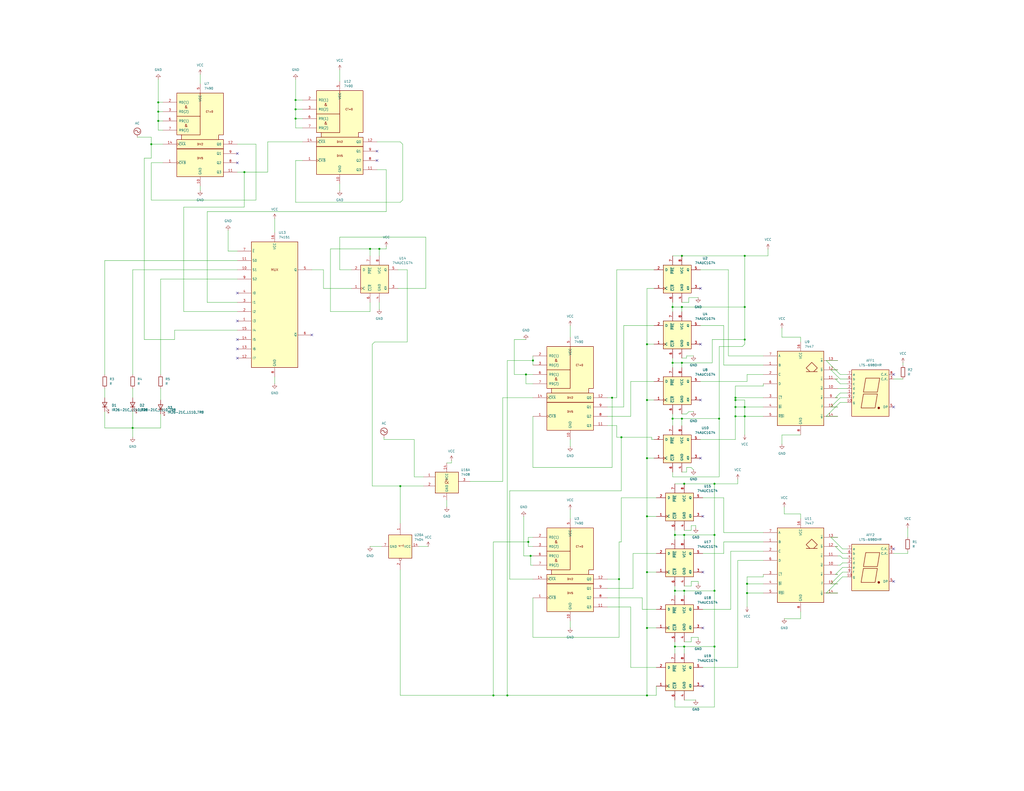
<source format=kicad_sch>
(kicad_sch (version 20231120) (generator "eeschema") (generator_version "8.0")
  (paper "C")
  (lib_symbols
    (symbol "74xGxx:74AUC1G74" (pin_names (offset 1.016))
      (property "Reference" "U" (at -5.08 10.16 0))
      (property "Value" "74AUC1G74" (at 10.16 -10.16 0))
      (symbol "74AUC1G74_1_1"
        (pin input clock (at -12.7 -5.08 0) (length 5.08) (name "C") (number "1"))
        (pin input line (at -12.7 5.08 0) (length 5.08) (name "D") (number "2"))
        (pin output line (at 12.7 -5.08 180) (length 5.08) (name "~{Q}") (number "3"))
        (pin power_in line (at 2.54 -12.7 90) (length 5.08) (name "GND") (number "4"))
        (pin output line (at 12.7 5.08 180) (length 5.08) (name "Q") (number "5"))
        (pin input line (at -2.54 -12.7 90) (length 5.08) (name "~{CLR}") (number "6"))
        (pin input line (at -2.54 12.7 270) (length 5.08) (name "~{PRE}") (number "7"))
        (pin power_in line (at 2.54 12.7 270) (length 5.08) (name "VCC") (number "8"))
      )
    )
    (symbol "74xx_IEEE:7404"
      (property "Reference" "U" (at 5.08 7.62 0))
      (property "Value" "7404" (at 3.81 -8.89 0))
      (symbol "7404_0_0"
        (text "1" (at -0.508 0.508 0) (effects (font (size 2.54 2.54))))
      )
      (symbol "7404_0_1"
        (pin power_in line (at 0 10.16 270) (length 3.81) (name "VCC") (number "14"))
        (pin power_in line (at 0 -10.16 90) (length 3.81) (name "GND") (number "7"))
      )
      (symbol "7404_1_1"
        (pin input line (at -12.7 0 0) (length 6.35) (name "~") (number "1"))
        (pin input inverted (at 12.7 0 180) (length 6.35) (name "~") (number "2"))
      )
      (symbol "7404_2_1"
        (pin input line (at -12.7 0 0) (length 6.35) (name "~") (number "3"))
        (pin input inverted (at 12.7 0 180) (length 6.35) (name "~") (number "4"))
      )
      (symbol "7404_3_1"
        (pin input line (at -12.7 0 0) (length 6.35) (name "~") (number "5"))
        (pin input inverted (at 12.7 0 180) (length 6.35) (name "~") (number "6"))
      )
      (symbol "7404_4_1"
        (pin input inverted (at 12.7 0 180) (length 6.35) (name "~") (number "8"))
        (pin input line (at -12.7 0 0) (length 6.35) (name "~") (number "9"))
      )
      (symbol "7404_5_1"
        (pin input inverted (at 12.7 0 180) (length 6.35) (name "~") (number "10"))
        (pin input line (at -12.7 0 0) (length 6.35) (name "~") (number "11"))
      )
      (symbol "7404_6_1"
        (pin input inverted (at 12.7 0 180) (length 6.35) (name "~") (number "12"))
        (pin input line (at -12.7 0 0) (length 6.35) (name "~") (number "13"))
      )
    )
    (symbol "74xx_IEEE:7408"
      (property "Reference" "U" (at 2.54 7.62 0))
      (property "Value" "7408" (at 3.81 -8.89 0))
      (symbol "7408_0_1"
        (text "&" (at 0 0 0) (effects (font (size 2.54 2.54))))
        (pin power_in line (at 0 10.16 270) (length 5.08) (name "VCC") (number "14"))
        (pin power_in line (at 0 -10.16 90) (length 3.81) (name "GND") (number "7"))
      )
      (symbol "7408_1_1"
        (pin input line (at -12.7 2.54 0) (length 6.35) (name "~") (number "1"))
        (pin input line (at -12.7 -2.54 0) (length 6.35) (name "~") (number "2"))
        (pin output line (at 12.7 0 180) (length 6.35) (name "~") (number "3"))
      )
      (symbol "7408_2_1"
        (pin input line (at -12.7 2.54 0) (length 6.35) (name "~") (number "4"))
        (pin input line (at -12.7 -2.54 0) (length 6.35) (name "~") (number "5"))
        (pin input line (at 12.7 0 180) (length 6.35) (name "~") (number "6"))
      )
      (symbol "7408_3_1"
        (pin input line (at -12.7 -2.54 0) (length 6.35) (name "~") (number "10"))
        (pin input line (at 12.7 0 180) (length 6.35) (name "~") (number "8"))
        (pin input line (at -12.7 2.54 0) (length 6.35) (name "~") (number "9"))
      )
      (symbol "7408_4_1"
        (pin input line (at 12.7 0 180) (length 6.35) (name "~") (number "11"))
        (pin input line (at -12.7 2.54 0) (length 6.35) (name "~") (number "12"))
        (pin input line (at -12.7 -2.54 0) (length 6.35) (name "~") (number "13"))
      )
    )
    (symbol "74xx_IEEE:74151"
      (property "Reference" "U" (at 10.16 35.56 0))
      (property "Value" "74151" (at 17.78 -40.64 0))
      (symbol "74151_0_0"
        (text "MUX" (at 0 17.78 0) (effects (font (size 1.27 1.27))))
        (pin power_in line (at 0 38.1 270) (length 5.08) (name "VCC") (number "16"))
        (pin power_in line (at 0 -40.64 90) (length 5.08) (name "GND") (number "8"))
      )
      (symbol "74151_1_1"
        (pin input line (at -20.32 -10.16 0) (length 7.62) (name "I3") (number "1"))
        (pin input line (at -20.32 17.78 0) (length 7.62) (name "S1") (number "10"))
        (pin input line (at -20.32 22.86 0) (length 7.62) (name "S0") (number "11"))
        (pin input line (at -20.32 -30.48 0) (length 7.62) (name "I7") (number "12"))
        (pin input line (at -20.32 -25.4 0) (length 7.62) (name "I6") (number "13"))
        (pin input line (at -20.32 -20.32 0) (length 7.62) (name "I5") (number "14"))
        (pin input line (at -20.32 -15.24 0) (length 7.62) (name "I4") (number "15"))
        (pin input line (at -20.32 -5.08 0) (length 7.62) (name "I2") (number "2"))
        (pin input line (at -20.32 0 0) (length 7.62) (name "I1") (number "3"))
        (pin input line (at -20.32 5.08 0) (length 7.62) (name "I0") (number "4"))
        (pin output line (at 20.32 17.78 180) (length 7.62) (name "Q") (number "5"))
        (pin output line (at 20.32 -17.78 180) (length 7.62) (name "~{Q}") (number "6"))
        (pin input line (at -20.32 27.94 0) (length 7.62) (name "~{E}") (number "7"))
        (pin input line (at -20.32 12.7 0) (length 7.62) (name "S2") (number "9"))
      )
    )
    (symbol "74xx_IEEE:7447"
      (property "Reference" "U" (at 3.81 11.43 0))
      (property "Value" "7447" (at 6.35 -11.43 0))
      (symbol "7447_0_0"
        (pin power_in line (at 0 25.4 270) (length 5.08) (name "VCC") (number "16"))
        (pin power_in line (at 0 -25.4 90) (length 5.08) (name "GND") (number "8"))
      )
      (symbol "7447_1_1"
        (pin input line (at -20.32 12.7 0) (length 7.62) (name "B") (number "1"))
        (pin open_collector line (at 20.32 0 180) (length 7.62) (name "~{d}") (number "10"))
        (pin open_collector line (at 20.32 5.08 180) (length 7.62) (name "~{c}") (number "11"))
        (pin open_collector line (at 20.32 10.16 180) (length 7.62) (name "~{b}") (number "12"))
        (pin open_collector line (at 20.32 15.24 180) (length 7.62) (name "~{a}") (number "13"))
        (pin open_collector line (at 20.32 -15.24 180) (length 7.62) (name "~{g}") (number "14"))
        (pin open_collector line (at 20.32 -10.16 180) (length 7.62) (name "~{f}") (number "15"))
        (pin input line (at -20.32 7.62 0) (length 7.62) (name "C") (number "2"))
        (pin input line (at -20.32 -5.08 0) (length 7.62) (name "~{LT}") (number "3"))
        (pin input line (at -20.32 -10.16 0) (length 7.62) (name "~{BI}") (number "4"))
        (pin input line (at -20.32 -15.24 0) (length 7.62) (name "~{RBI}") (number "5"))
        (pin input line (at -20.32 2.54 0) (length 7.62) (name "D") (number "6"))
        (pin input line (at -20.32 17.78 0) (length 7.62) (name "A") (number "7"))
        (pin open_collector line (at 20.32 -5.08 180) (length 7.62) (name "~{e}") (number "9"))
      )
    )
    (symbol "74xx_IEEE:7490" (pin_names (offset 1.016))
      (property "Reference" "U" (at 17.78 30.48 0))
      (property "Value" "7490" (at 10.16 -5.08 0))
      (symbol "7490_0_0"
        (text "&" (at -7.62 25.4 0) (effects (font (size 1.524 1.524))))
        (text "&" (at -7.62 35.56 0) (effects (font (size 1.524 1.524))))
        (text "CT=0" (at 5.08 33.02 0) (effects (font (size 1.016 1.016))))
        (text "DIV2" (at 0 15.24 0) (effects (font (size 1.016 1.016))))
        (text "DIV5" (at 0 7.62 0) (effects (font (size 1.016 1.016))))
        (pin power_in line (at 0 -7.62 90) (length 5.08) (name "GND") (number "10"))
        (pin power_in line (at 0 48.26 270) (length 5.08) (name "VCC") (number "5"))
      )
      (symbol "7490_1_1"
        (pin input clock (at -20.32 5.08 0) (length 7.62) (name "~{CKB}") (number "1"))
        (pin output line (at 20.32 0 180) (length 7.62) (name "Q3") (number "11"))
        (pin output line (at 20.32 15.24 180) (length 7.62) (name "Q0") (number "12"))
        (pin input clock (at -20.32 15.24 0) (length 7.62) (name "~{CKA}") (number "14"))
        (pin input line (at -20.32 38.1 0) (length 7.62) (name "R0(1)") (number "2"))
        (pin input line (at -20.32 33.02 0) (length 7.62) (name "R0(2)") (number "3"))
        (pin input line (at -20.32 27.94 0) (length 7.62) (name "R9(1)") (number "6"))
        (pin input line (at -20.32 22.86 0) (length 7.62) (name "R9(2)") (number "7"))
        (pin output line (at 20.32 5.08 180) (length 7.62) (name "Q2") (number "8"))
        (pin output line (at 20.32 10.16 180) (length 7.62) (name "Q1") (number "9"))
      )
    )
    (symbol "Device:R" (pin_numbers hide) (pin_names (offset 0))
      (property "Reference" "R" (at 2.032 0 90))
      (property "Value" "R" (at 0 0 90))
      (symbol "R_1_1"
        (pin passive line (at 0 3.81 270) (length 1.27) (name "~") (number "1"))
        (pin passive line (at 0 -3.81 90) (length 1.27) (name "~") (number "2"))
      )
    )
    (symbol "Display_Character:LTS-6980HR"
      (property "Reference" "AFF" (at -7.874 13.97 0))
      (property "Value" "LTS-6980HR" (at 4.064 13.97 0))
      (symbol "LTS-6980HR_1_1"
        (pin passive line (at -12.7 0 0) (length 2.54) (name "e") (number "1"))
        (pin passive line (at -12.7 -5.08 0) (length 2.54) (name "g") (number "10"))
        (pin passive line (at -12.7 2.54 0) (length 2.54) (name "d") (number "2"))
        (pin passive line (at 12.7 7.62 180) (length 2.54) (name "C.K.") (number "3"))
        (pin passive line (at -12.7 5.08 0) (length 2.54) (name "c") (number "4"))
        (pin passive line (at 12.7 -7.62 180) (length 2.54) (name "DP") (number "5"))
        (pin passive line (at -12.7 7.62 0) (length 2.54) (name "b") (number "6"))
        (pin passive line (at -12.7 10.16 0) (length 2.54) (name "a") (number "7"))
        (pin passive line (at 12.7 10.16 180) (length 2.54) (name "C.K.") (number "8"))
        (pin passive line (at -12.7 -2.54 0) (length 2.54) (name "f") (number "9"))
      )
    )
    (symbol "LED:IR26-21C_L110_TR8" (pin_numbers hide) (pin_names (offset 1.016) hide)
      (property "Reference" "D" (at 0 2.54 0))
      (property "Value" "IR26-21C_L110_TR8" (at 0 -3.81 0))
      (symbol "IR26-21C_L110_TR8_1_1"
        (pin passive line (at -3.81 0 0) (length 2.54) (name "K") (number "1"))
        (pin passive line (at 3.81 0 180) (length 2.54) (name "A") (number "2"))
      )
    )
    (symbol "power:AC" (power) (pin_numbers hide) (pin_names (offset 0) hide)
      (property "Value" "AC" (at 0 6.35 0))
      (symbol "AC_1_1"
        (pin power_in line (at 0 0 90) (length 0) (name "~") (number "1"))
      )
    )
    (symbol "power:GND" (power) (pin_numbers hide) (pin_names (offset 0) hide)
      (property "Value" "GND" (at 0 -3.81 0))
      (symbol "GND_1_1"
        (pin power_in line (at 0 0 270) (length 0) (name "~") (number "1"))
      )
    )
    (symbol "power:VCC" (power) (pin_numbers hide) (pin_names (offset 0) hide)
      (property "Value" "VCC" (at 0 3.556 0))
      (symbol "VCC_1_1"
        (pin power_in line (at 0 0 90) (length 0) (name "~") (number "1"))
      )
    )
  )
  (junction (at 288.29 295.91))
  (junction (at 368.3 322.58))
  (junction (at 372.11 228.6))
  (junction (at 201.93 135.89))
  (junction (at 276.86 379.73))
  (junction (at 373.38 353.06))
  (junction (at 401.32 217.17))
  (junction (at 86.36 66.04))
  (junction (at 373.38 292.1))
  (junction (at 389.89 292.1))
  (junction (at 367.03 198.12))
  (junction (at 389.89 353.06))
  (junction (at 372.11 139.7))
  (junction (at 389.89 264.16))
  (junction (at 86.36 55.88))
  (junction (at 161.29 64.77))
  (junction (at 367.03 228.6))
  (junction (at 401.32 222.25))
  (junction (at 407.67 323.85))
  (junction (at 353.06 250.19))
  (junction (at 368.3 292.1))
  (junction (at 353.06 312.42))
  (junction (at 406.4 139.7))
  (junction (at 353.06 342.9))
  (junction (at 133.35 93.98))
  (junction (at 367.03 167.64))
  (junction (at 368.3 353.06))
  (junction (at 372.11 167.64))
  (junction (at 353.06 379.73))
  (junction (at 337.82 316.23))
  (junction (at 339.09 238.76))
  (junction (at 334.01 217.17))
  (junction (at 161.29 59.69))
  (junction (at 406.4 227.33))
  (junction (at 373.38 264.16))
  (junction (at 82.55 78.74))
  (junction (at 86.36 60.96))
  (junction (at 373.38 322.58))
  (junction (at 389.89 322.58))
  (junction (at 353.06 218.44))
  (junction (at 207.01 135.89))
  (junction (at 392.43 228.6))
  (junction (at 353.06 187.96))
  (junction (at 72.39 233.68))
  (junction (at 407.67 318.77))
  (junction (at 289.56 303.53))
  (junction (at 401.32 218.44))
  (junction (at 406.4 167.64))
  (junction (at 290.83 196.85))
  (junction (at 372.11 198.12))
  (junction (at 287.02 204.47))
  (junction (at 401.32 227.33))
  (junction (at 406.4 222.25))
  (junction (at 269.24 379.73))
  (junction (at 353.06 281.94))
  (junction (at 218.44 265.43))
  (junction (at 406.4 185.42))
  (junction (at 161.29 54.61))
  (no_connect (at 129.54 190.5))
  (no_connect (at 382.27 157.48))
  (no_connect (at 170.18 182.88))
  (no_connect (at 382.27 187.96))
  (no_connect (at 129.54 88.9))
  (no_connect (at 205.74 87.63))
  (no_connect (at 129.54 195.58))
  (no_connect (at 129.54 160.02))
  (no_connect (at 383.54 342.9))
  (no_connect (at 487.68 299.72))
  (no_connect (at 205.74 82.55))
  (no_connect (at 382.27 218.44))
  (no_connect (at 383.54 312.42))
  (no_connect (at 129.54 175.26))
  (no_connect (at 382.27 250.19))
  (no_connect (at 129.54 83.82))
  (no_connect (at 383.54 281.94))
  (no_connect (at 487.68 222.25))
  (no_connect (at 129.54 185.42))
  (no_connect (at 487.68 317.5))
  (no_connect (at 487.68 204.47))
  (no_connect (at 383.54 374.65))
  (wire (pts (xy 382.27 240.03) (xy 401.32 240.03)))
  (wire (pts (xy 353.06 250.19) (xy 353.06 281.94)))
  (wire (pts (xy 269.24 295.91) (xy 269.24 379.73)))
  (wire (pts (xy 129.54 93.98) (xy 133.35 93.98)))
  (wire (pts (xy 367.03 167.64) (xy 372.11 167.64)))
  (wire (pts (xy 353.06 187.96) (xy 353.06 218.44)))
  (wire (pts (xy 124.46 137.16) (xy 129.54 137.16)))
  (wire (pts (xy 109.22 40.64) (xy 109.22 45.72)))
  (wire (pts (xy 340.36 177.8) (xy 340.36 222.25)))
  (wire (pts (xy 353.06 342.9) (xy 353.06 379.73)))
  (wire (pts (xy 205.74 77.47) (xy 218.44 77.47)))
  (wire (pts (xy 180.34 135.89) (xy 201.93 135.89)))
  (wire (pts (xy 87.63 152.4) (xy 129.54 152.4)))
  (wire (pts (xy 287.02 204.47) (xy 290.83 204.47)))
  (wire (pts (xy 331.47 227.33) (xy 344.17 227.33)))
  (wire (pts (xy 311.15 240.03) (xy 311.15 243.84)))
  (wire (pts (xy 82.55 88.9) (xy 88.9 88.9)))
  (wire (pts (xy 290.83 255.27) (xy 334.01 255.27)))
  (wire (pts (xy 416.56 314.96) (xy 407.67 314.96)))
  (wire (pts (xy 407.67 323.85) (xy 407.67 331.47)))
  (wire (pts (xy 339.09 238.76) (xy 339.09 267.97)))
  (wire (pts (xy 373.38 320.04) (xy 377.19 320.04)))
  (wire (pts (xy 459.74 302.26) (xy 462.28 302.26)))
  (wire (pts (xy 209.55 240.03) (xy 226.06 240.03)))
  (wire (pts (xy 226.06 240.03) (xy 226.06 260.35)))
  (wire (pts (xy 373.38 350.52) (xy 377.19 350.52)))
  (wire (pts (xy 457.2 222.25) (xy 453.39 222.25)))
  (wire (pts (xy 383.54 302.26) (xy 394.97 302.26)))
  (wire (pts (xy 368.3 353.06) (xy 368.3 356.87)))
  (wire (pts (xy 406.4 185.42) (xy 406.4 187.96)))
  (wire (pts (xy 487.68 207.01) (xy 492.76 207.01)))
  (wire (pts (xy 416.56 313.69) (xy 416.56 314.96)))
  (wire (pts (xy 368.3 292.1) (xy 368.3 294.64)))
  (wire (pts (xy 218.44 379.73) (xy 269.24 379.73)))
  (wire (pts (xy 398.78 300.99) (xy 398.78 332.74)))
  (wire (pts (xy 406.4 222.25) (xy 406.4 227.33)))
  (wire (pts (xy 374.65 255.27) (xy 374.65 257.81)))
  (wire (pts (xy 209.55 238.76) (xy 209.55 240.03)))
  (wire (pts (xy 389.89 353.06) (xy 389.89 386.08)))
  (wire (pts (xy 407.67 318.77) (xy 407.67 323.85)))
  (wire (pts (xy 353.06 218.44) (xy 356.87 218.44)))
  (wire (pts (xy 358.14 374.65) (xy 358.14 379.73)))
  (wire (pts (xy 228.6 298.45) (xy 233.68 298.45)))
  (wire (pts (xy 457.2 227.33) (xy 450.85 227.33)))
  (wire (pts (xy 146.05 77.47) (xy 146.05 93.98)))
  (wire (pts (xy 331.47 217.17) (xy 334.01 217.17)))
  (wire (pts (xy 344.17 364.49) (xy 358.14 364.49)))
  (wire (pts (xy 381 347.98) (xy 381 349.25)))
  (wire (pts (xy 367.03 198.12) (xy 372.11 198.12)))
  (wire (pts (xy 232.41 129.54) (xy 232.41 157.48)))
  (wire (pts (xy 453.39 293.37) (xy 459.74 299.72)))
  (wire (pts (xy 82.55 78.74) (xy 88.9 78.74)))
  (wire (pts (xy 374.65 194.31) (xy 374.65 195.58)))
  (wire (pts (xy 57.15 233.68) (xy 72.39 233.68)))
  (wire (pts (xy 290.83 227.33) (xy 290.83 255.27)))
  (wire (pts (xy 86.36 55.88) (xy 86.36 60.96)))
  (wire (pts (xy 290.83 347.98) (xy 337.82 347.98)))
  (wire (pts (xy 353.06 342.9) (xy 358.14 342.9)))
  (wire (pts (xy 276.86 196.85) (xy 290.83 196.85)))
  (wire (pts (xy 427.99 280.67) (xy 427.99 276.86)))
  (wire (pts (xy 219.71 78.74) (xy 218.44 77.47)))
  (wire (pts (xy 74.93 74.93) (xy 82.55 74.93)))
  (wire (pts (xy 278.13 267.97) (xy 278.13 316.23)))
  (wire (pts (xy 353.06 281.94) (xy 353.06 312.42)))
  (wire (pts (xy 86.36 60.96) (xy 88.9 60.96)))
  (wire (pts (xy 373.38 353.06) (xy 373.38 356.87)))
  (wire (pts (xy 161.29 110.49) (xy 218.44 110.49)))
  (wire (pts (xy 407.67 204.47) (xy 416.56 204.47)))
  (wire (pts (xy 124.46 125.73) (xy 124.46 137.16)))
  (wire (pts (xy 394.97 290.83) (xy 416.56 290.83)))
  (wire (pts (xy 394.97 295.91) (xy 394.97 302.26)))
  (wire (pts (xy 288.29 295.91) (xy 288.29 298.45)))
  (wire (pts (xy 217.17 157.48) (xy 232.41 157.48)))
  (wire (pts (xy 394.97 295.91) (xy 416.56 295.91)))
  (wire (pts (xy 377.19 255.27) (xy 378.46 256.54)))
  (wire (pts (xy 201.93 298.45) (xy 208.28 298.45)))
  (wire (pts (xy 201.93 165.1) (xy 201.93 170.18)))
  (wire (pts (xy 161.29 64.77) (xy 161.29 69.85)))
  (wire (pts (xy 377.19 317.5) (xy 377.19 320.04)))
  (wire (pts (xy 72.39 233.68) (xy 72.39 238.76)))
  (wire (pts (xy 367.03 198.12) (xy 367.03 200.66)))
  (wire (pts (xy 458.47 214.63) (xy 462.28 214.63)))
  (wire (pts (xy 450.85 323.85) (xy 459.74 314.96)))
  (wire (pts (xy 201.93 135.89) (xy 201.93 139.7)))
  (wire (pts (xy 278.13 267.97) (xy 339.09 267.97)))
  (wire (pts (xy 457.2 323.85) (xy 450.85 323.85)))
  (wire (pts (xy 367.03 228.6) (xy 372.11 228.6)))
  (wire (pts (xy 368.3 292.1) (xy 373.38 292.1)))
  (wire (pts (xy 161.29 54.61) (xy 165.1 54.61)))
  (wire (pts (xy 86.36 43.18) (xy 86.36 55.88)))
  (wire (pts (xy 336.55 238.76) (xy 339.09 238.76)))
  (wire (pts (xy 373.38 353.06) (xy 389.89 353.06)))
  (wire (pts (xy 113.03 165.1) (xy 129.54 165.1)))
  (wire (pts (xy 203.2 265.43) (xy 218.44 265.43)))
  (wire (pts (xy 377.19 347.98) (xy 377.19 350.52)))
  (wire (pts (xy 287.02 204.47) (xy 287.02 209.55)))
  (wire (pts (xy 436.88 237.49) (xy 426.72 237.49)))
  (wire (pts (xy 289.56 303.53) (xy 290.83 303.53)))
  (wire (pts (xy 57.15 142.24) (xy 129.54 142.24)))
  (wire (pts (xy 353.06 312.42) (xy 358.14 312.42)))
  (wire (pts (xy 459.74 312.42) (xy 462.28 312.42)))
  (wire (pts (xy 207.01 135.89) (xy 210.82 135.89)))
  (wire (pts (xy 353.06 187.96) (xy 356.87 187.96)))
  (wire (pts (xy 280.67 185.42) (xy 287.02 185.42)))
  (wire (pts (xy 367.03 165.1) (xy 367.03 167.64)))
  (wire (pts (xy 82.55 74.93) (xy 82.55 78.74)))
  (wire (pts (xy 344.17 331.47) (xy 344.17 364.49)))
  (wire (pts (xy 455.93 207.01) (xy 458.47 209.55)))
  (wire (pts (xy 278.13 316.23) (xy 290.83 316.23)))
  (wire (pts (xy 487.68 302.26) (xy 495.3 302.26)))
  (wire (pts (xy 86.36 66.04) (xy 88.9 66.04)))
  (wire (pts (xy 86.36 55.88) (xy 88.9 55.88)))
  (wire (pts (xy 222.25 186.69) (xy 204.47 186.69)))
  (wire (pts (xy 345.44 302.26) (xy 358.14 302.26)))
  (wire (pts (xy 388.62 185.42) (xy 406.4 185.42)))
  (wire (pts (xy 100.33 113.03) (xy 100.33 170.18)))
  (wire (pts (xy 185.42 147.32) (xy 191.77 147.32)))
  (wire (pts (xy 373.38 292.1) (xy 373.38 294.64)))
  (wire (pts (xy 457.2 298.45) (xy 455.93 298.45)))
  (wire (pts (xy 217.17 147.32) (xy 222.25 147.32)))
  (wire (pts (xy 113.03 115.57) (xy 113.03 165.1)))
  (wire (pts (xy 350.52 326.39) (xy 350.52 332.74)))
  (wire (pts (xy 243.84 273.05) (xy 243.84 276.86)))
  (wire (pts (xy 109.22 101.6) (xy 109.22 104.14)))
  (wire (pts (xy 367.03 167.64) (xy 367.03 170.18)))
  (wire (pts (xy 457.2 201.93) (xy 453.39 201.93)))
  (wire (pts (xy 389.89 264.16) (xy 402.59 264.16)))
  (wire (pts (xy 458.47 217.17) (xy 462.28 217.17)))
  (wire (pts (xy 394.97 271.78) (xy 394.97 290.83)))
  (wire (pts (xy 382.27 177.8) (xy 394.97 177.8)))
  (wire (pts (xy 457.2 318.77) (xy 453.39 318.77)))
  (wire (pts (xy 368.3 350.52) (xy 368.3 353.06)))
  (wire (pts (xy 82.55 88.9) (xy 82.55 109.22)))
  (wire (pts (xy 495.3 288.29) (xy 495.3 293.37)))
  (wire (pts (xy 285.75 303.53) (xy 289.56 303.53)))
  (wire (pts (xy 377.19 287.02) (xy 379.73 287.02)))
  (wire (pts (xy 368.3 382.27) (xy 368.3 386.08)))
  (wire (pts (xy 436.88 337.82) (xy 427.99 337.82)))
  (wire (pts (xy 353.06 157.48) (xy 356.87 157.48)))
  (wire (pts (xy 383.54 364.49) (xy 402.59 364.49)))
  (wire (pts (xy 402.59 306.07) (xy 402.59 364.49)))
  (wire (pts (xy 372.11 167.64) (xy 406.4 167.64)))
  (wire (pts (xy 426.72 237.49) (xy 426.72 242.57)))
  (wire (pts (xy 383.54 271.78) (xy 394.97 271.78)))
  (wire (pts (xy 210.82 92.71) (xy 210.82 115.57)))
  (wire (pts (xy 287.02 209.55) (xy 290.83 209.55)))
  (wire (pts (xy 226.06 260.35) (xy 231.14 260.35)))
  (wire (pts (xy 388.62 185.42) (xy 388.62 198.12)))
  (wire (pts (xy 274.32 217.17) (xy 290.83 217.17)))
  (wire (pts (xy 458.47 204.47) (xy 462.28 204.47)))
  (wire (pts (xy 426.72 184.15) (xy 426.72 179.07)))
  (wire (pts (xy 368.3 322.58) (xy 368.3 325.12)))
  (wire (pts (xy 129.54 78.74) (xy 139.7 78.74)))
  (wire (pts (xy 373.38 322.58) (xy 373.38 325.12)))
  (wire (pts (xy 161.29 59.69) (xy 165.1 59.69)))
  (wire (pts (xy 289.56 308.61) (xy 290.83 308.61)))
  (wire (pts (xy 416.56 222.25) (xy 406.4 222.25)))
  (wire (pts (xy 246.38 251.46) (xy 246.38 252.73)))
  (wire (pts (xy 389.89 292.1) (xy 389.89 322.58)))
  (wire (pts (xy 372.11 139.7) (xy 406.4 139.7)))
  (wire (pts (xy 459.74 299.72) (xy 462.28 299.72)))
  (wire (pts (xy 344.17 208.28) (xy 356.87 208.28)))
  (wire (pts (xy 458.47 219.71) (xy 462.28 219.71)))
  (wire (pts (xy 401.32 227.33) (xy 401.32 240.03)))
  (wire (pts (xy 389.89 322.58) (xy 389.89 353.06)))
  (wire (pts (xy 337.82 295.91) (xy 337.82 316.23)))
  (wire (pts (xy 72.39 224.79) (xy 72.39 233.68)))
  (wire (pts (xy 372.11 167.64) (xy 372.11 170.18)))
  (wire (pts (xy 269.24 295.91) (xy 288.29 295.91)))
  (wire (pts (xy 392.43 189.23) (xy 392.43 228.6)))
  (wire (pts (xy 375.92 162.56) (xy 381 162.56)))
  (wire (pts (xy 458.47 209.55) (xy 462.28 209.55)))
  (wire (pts (xy 57.15 212.09) (xy 57.15 217.17)))
  (wire (pts (xy 280.67 185.42) (xy 280.67 204.47)))
  (wire (pts (xy 185.42 129.54) (xy 232.41 129.54)))
  (wire (pts (xy 285.75 281.94) (xy 285.75 303.53)))
  (wire (pts (xy 256.54 262.89) (xy 274.32 262.89)))
  (wire (pts (xy 416.56 210.82) (xy 401.32 210.82)))
  (wire (pts (xy 274.32 217.17) (xy 274.32 262.89)))
  (wire (pts (xy 353.06 218.44) (xy 353.06 250.19)))
  (wire (pts (xy 457.2 313.69) (xy 455.93 313.69)))
  (wire (pts (xy 436.88 280.67) (xy 436.88 283.21)))
  (wire (pts (xy 345.44 302.26) (xy 345.44 321.31)))
  (wire (pts (xy 353.06 312.42) (xy 353.06 342.9)))
  (wire (pts (xy 176.53 147.32) (xy 176.53 157.48)))
  (wire (pts (xy 367.03 139.7) (xy 372.11 139.7)))
  (wire (pts (xy 368.3 289.56) (xy 368.3 292.1)))
  (wire (pts (xy 72.39 233.68) (xy 87.63 233.68)))
  (wire (pts (xy 218.44 265.43) (xy 231.14 265.43)))
  (wire (pts (xy 355.6 238.76) (xy 355.6 240.03)))
  (wire (pts (xy 407.67 314.96) (xy 407.67 318.77)))
  (wire (pts (xy 372.11 195.58) (xy 374.65 195.58)))
  (wire (pts (xy 78.74 86.36) (xy 78.74 185.42)))
  (wire (pts (xy 457.2 293.37) (xy 453.39 293.37)))
  (wire (pts (xy 311.15 278.13) (xy 311.15 283.21)))
  (wire (pts (xy 339.09 271.78) (xy 339.09 295.91)))
  (wire (pts (xy 457.2 196.85) (xy 450.85 196.85)))
  (wire (pts (xy 392.43 228.6) (xy 392.43 260.35)))
  (wire (pts (xy 450.85 196.85) (xy 458.47 204.47)))
  (wire (pts (xy 373.38 382.27) (xy 379.73 382.27)))
  (wire (pts (xy 290.83 326.39) (xy 290.83 347.98)))
  (wire (pts (xy 353.06 157.48) (xy 353.06 187.96)))
  (wire (pts (xy 185.42 100.33) (xy 185.42 104.14)))
  (wire (pts (xy 288.29 298.45) (xy 290.83 298.45)))
  (wire (pts (xy 455.93 298.45) (xy 459.74 302.26)))
  (wire (pts (xy 368.3 322.58) (xy 373.38 322.58)))
  (wire (pts (xy 416.56 217.17) (xy 401.32 217.17)))
  (wire (pts (xy 276.86 379.73) (xy 353.06 379.73)))
  (wire (pts (xy 336.55 232.41) (xy 336.55 238.76)))
  (wire (pts (xy 331.47 232.41) (xy 336.55 232.41)))
  (wire (pts (xy 139.7 78.74) (xy 139.7 109.22)))
  (wire (pts (xy 207.01 165.1) (xy 207.01 168.91)))
  (wire (pts (xy 72.39 147.32) (xy 72.39 204.47)))
  (wire (pts (xy 201.93 135.89) (xy 207.01 135.89)))
  (wire (pts (xy 374.65 226.06) (xy 375.92 224.79)))
  (wire (pts (xy 311.15 177.8) (xy 311.15 184.15)))
  (wire (pts (xy 180.34 170.18) (xy 201.93 170.18)))
  (wire (pts (xy 87.63 212.09) (xy 87.63 218.44)))
  (wire (pts (xy 406.4 222.25) (xy 401.32 222.25)))
  (wire (pts (xy 372.11 226.06) (xy 374.65 226.06)))
  (wire (pts (xy 377.19 317.5) (xy 381 317.5)))
  (wire (pts (xy 100.33 113.03) (xy 133.35 113.03)))
  (wire (pts (xy 416.56 209.55) (xy 416.56 210.82)))
  (wire (pts (xy 355.6 240.03) (xy 356.87 240.03)))
  (wire (pts (xy 86.36 66.04) (xy 86.36 71.12)))
  (wire (pts (xy 374.65 255.27) (xy 377.19 255.27)))
  (wire (pts (xy 377.19 287.02) (xy 377.19 289.56)))
  (wire (pts (xy 336.55 147.32) (xy 336.55 217.17)))
  (wire (pts (xy 406.4 139.7) (xy 406.4 167.64)))
  (wire (pts (xy 402.59 261.62) (xy 402.59 264.16)))
  (wire (pts (xy 405.13 189.23) (xy 406.4 187.96)))
  (wire (pts (xy 419.1 135.89) (xy 419.1 139.7)))
  (wire (pts (xy 337.82 316.23) (xy 337.82 347.98)))
  (wire (pts (xy 276.86 196.85) (xy 276.86 379.73)))
  (wire (pts (xy 339.09 238.76) (xy 355.6 238.76)))
  (wire (pts (xy 331.47 316.23) (xy 337.82 316.23)))
  (wire (pts (xy 457.2 303.53) (xy 458.47 303.53)))
  (wire (pts (xy 436.88 184.15) (xy 426.72 184.15)))
  (wire (pts (xy 289.56 303.53) (xy 289.56 308.61)))
  (wire (pts (xy 459.74 304.8) (xy 462.28 304.8)))
  (wire (pts (xy 161.29 69.85) (xy 165.1 69.85)))
  (wire (pts (xy 367.03 257.81) (xy 367.03 260.35)))
  (wire (pts (xy 180.34 135.89) (xy 180.34 170.18)))
  (wire (pts (xy 331.47 331.47) (xy 344.17 331.47)))
  (wire (pts (xy 218.44 110.49) (xy 219.71 109.22)))
  (wire (pts (xy 401.32 218.44) (xy 401.32 222.25)))
  (wire (pts (xy 495.3 300.99) (xy 495.3 302.26)))
  (wire (pts (xy 337.82 295.91) (xy 339.09 295.91)))
  (wire (pts (xy 243.84 252.73) (xy 246.38 252.73)))
  (wire (pts (xy 377.19 347.98) (xy 381 347.98)))
  (wire (pts (xy 368.3 264.16) (xy 373.38 264.16)))
  (wire (pts (xy 383.54 332.74) (xy 398.78 332.74)))
  (wire (pts (xy 133.35 93.98) (xy 146.05 93.98)))
  (wire (pts (xy 407.67 208.28) (xy 382.27 208.28)))
  (wire (pts (xy 379.73 287.02) (xy 379.73 288.29)))
  (wire (pts (xy 392.43 189.23) (xy 405.13 189.23)))
  (wire (pts (xy 372.11 257.81) (xy 374.65 257.81)))
  (wire (pts (xy 374.65 194.31) (xy 378.46 194.31)))
  (wire (pts (xy 457.2 207.01) (xy 455.93 207.01)))
  (wire (pts (xy 170.18 147.32) (xy 176.53 147.32)))
  (wire (pts (xy 372.11 228.6) (xy 372.11 232.41)))
  (wire (pts (xy 436.88 280.67) (xy 427.99 280.67)))
  (wire (pts (xy 331.47 222.25) (xy 340.36 222.25)))
  (wire (pts (xy 161.29 87.63) (xy 161.29 110.49)))
  (wire (pts (xy 311.15 339.09) (xy 311.15 342.9)))
  (wire (pts (xy 406.4 227.33) (xy 401.32 227.33)))
  (wire (pts (xy 372.11 198.12) (xy 372.11 200.66)))
  (wire (pts (xy 382.27 147.32) (xy 397.51 147.32)))
  (wire (pts (xy 72.39 147.32) (xy 129.54 147.32)))
  (wire (pts (xy 436.88 184.15) (xy 436.88 186.69)))
  (wire (pts (xy 394.97 199.39) (xy 416.56 199.39)))
  (wire (pts (xy 290.83 196.85) (xy 290.83 199.39)))
  (wire (pts (xy 207.01 135.89) (xy 207.01 139.7)))
  (wire (pts (xy 389.89 264.16) (xy 389.89 292.1)))
  (wire (pts (xy 161.29 43.18) (xy 161.29 54.61)))
  (wire (pts (xy 368.3 320.04) (xy 368.3 322.58)))
  (wire (pts (xy 133.35 93.98) (xy 133.35 113.03)))
  (wire (pts (xy 453.39 201.93) (xy 458.47 207.01)))
  (wire (pts (xy 185.42 129.54) (xy 185.42 147.32)))
  (wire (pts (xy 336.55 147.32) (xy 356.87 147.32)))
  (wire (pts (xy 57.15 224.79) (xy 57.15 233.68)))
  (wire (pts (xy 161.29 59.69) (xy 161.29 64.77)))
  (wire (pts (xy 373.38 264.16) (xy 389.89 264.16)))
  (wire (pts (xy 218.44 265.43) (xy 218.44 285.75)))
  (wire (pts (xy 459.74 309.88) (xy 462.28 309.88)))
  (wire (pts (xy 375.92 162.56) (xy 375.92 165.1)))
  (wire (pts (xy 457.2 217.17) (xy 455.93 217.17)))
  (wire (pts (xy 458.47 207.01) (xy 462.28 207.01)))
  (wire (pts (xy 57.15 142.24) (xy 57.15 204.47)))
  (wire (pts (xy 95.25 180.34) (xy 129.54 180.34)))
  (wire (pts (xy 458.47 308.61) (xy 459.74 307.34)))
  (wire (pts (xy 290.83 194.31) (xy 290.83 196.85)))
  (wire (pts (xy 402.59 306.07) (xy 416.56 306.07)))
  (wire (pts (xy 87.63 152.4) (xy 87.63 204.47)))
  (wire (pts (xy 353.06 379.73) (xy 358.14 379.73)))
  (wire (pts (xy 331.47 321.31) (xy 345.44 321.31)))
  (wire (pts (xy 368.3 353.06) (xy 373.38 353.06)))
  (wire (pts (xy 458.47 303.53) (xy 459.74 304.8)))
  (wire (pts (xy 401.32 218.44) (xy 406.4 218.44)))
  (wire (pts (xy 375.92 224.79) (xy 378.46 224.79)))
  (wire (pts (xy 368.3 386.08) (xy 389.89 386.08)))
  (wire (pts (xy 406.4 218.44) (xy 406.4 222.25)))
  (wire (pts (xy 78.74 86.36) (xy 82.55 86.36)))
  (wire (pts (xy 401.32 217.17) (xy 401.32 218.44)))
  (wire (pts (xy 372.11 198.12) (xy 388.62 198.12)))
  (wire (pts (xy 288.29 293.37) (xy 288.29 295.91)))
  (wire (pts (xy 72.39 212.09) (xy 72.39 217.17)))
  (wire (pts (xy 373.38 292.1) (xy 389.89 292.1)))
  (wire (pts (xy 100.33 170.18) (xy 129.54 170.18)))
  (wire (pts (xy 86.36 71.12) (xy 88.9 71.12)))
  (wire (pts (xy 406.4 227.33) (xy 406.4 237.49)))
  (wire (pts (xy 407.67 204.47) (xy 407.67 208.28)))
  (wire (pts (xy 397.51 147.32) (xy 397.51 194.31)))
  (wire (pts (xy 492.76 198.12) (xy 492.76 199.39)))
  (wire (pts (xy 367.03 195.58) (xy 367.03 198.12)))
  (wire (pts (xy 397.51 194.31) (xy 416.56 194.31)))
  (wire (pts (xy 87.63 226.06) (xy 87.63 233.68)))
  (wire (pts (xy 401.32 222.25) (xy 401.32 227.33)))
  (wire (pts (xy 203.2 187.96) (xy 203.2 265.43)))
  (wire (pts (xy 457.2 308.61) (xy 458.47 308.61)))
  (wire (pts (xy 394.97 177.8) (xy 394.97 199.39)))
  (wire (pts (xy 149.86 205.74) (xy 149.86 209.55)))
  (wire (pts (xy 344.17 208.28) (xy 344.17 227.33)))
  (wire (pts (xy 455.93 217.17) (xy 458.47 214.63)))
  (wire (pts (xy 373.38 289.56) (xy 377.19 289.56)))
  (wire (pts (xy 78.74 185.42) (xy 95.25 185.42)))
  (wire (pts (xy 450.85 227.33) (xy 458.47 219.71)))
  (wire (pts (xy 176.53 157.48) (xy 191.77 157.48)))
  (wire (pts (xy 288.29 293.37) (xy 290.83 293.37)))
  (wire (pts (xy 353.06 281.94) (xy 358.14 281.94)))
  (wire (pts (xy 222.25 147.32) (xy 222.25 186.69)))
  (wire (pts (xy 334.01 217.17) (xy 336.55 217.17)))
  (wire (pts (xy 205.74 92.71) (xy 210.82 92.71)))
  (wire (pts (xy 455.93 313.69) (xy 459.74 309.88)))
  (wire (pts (xy 113.03 115.57) (xy 210.82 115.57)))
  (wire (pts (xy 95.25 180.34) (xy 95.25 185.42)))
  (wire (pts (xy 86.36 60.96) (xy 86.36 66.04)))
  (wire (pts (xy 406.4 139.7) (xy 419.1 139.7)))
  (wire (pts (xy 381 317.5) (xy 381 318.77)))
  (wire (pts (xy 373.38 322.58) (xy 389.89 322.58)))
  (wire (pts (xy 436.88 334.01) (xy 436.88 337.82)))
  (wire (pts (xy 367.03 260.35) (xy 392.43 260.35)))
  (wire (pts (xy 372.11 165.1) (xy 375.92 165.1)))
  (wire (pts (xy 353.06 250.19) (xy 356.87 250.19)))
  (wire (pts (xy 416.56 323.85) (xy 407.67 323.85)))
  (wire (pts (xy 219.71 109.22) (xy 219.71 78.74)))
  (wire (pts (xy 416.56 227.33) (xy 406.4 227.33)))
  (wire (pts (xy 331.47 326.39) (xy 350.52 326.39)))
  (wire (pts (xy 161.29 64.77) (xy 165.1 64.77)))
  (wire (pts (xy 406.4 167.64) (xy 406.4 185.42)))
  (wire (pts (xy 82.55 109.22) (xy 139.7 109.22)))
  (wire (pts (xy 401.32 210.82) (xy 401.32 217.17)))
  (wire (pts (xy 367.03 226.06) (xy 367.03 228.6)))
  (wire (pts (xy 398.78 300.99) (xy 416.56 300.99)))
  (wire (pts (xy 269.24 379.73) (xy 276.86 379.73)))
  (wire (pts (xy 340.36 177.8) (xy 356.87 177.8)))
  (wire (pts (xy 372.11 228.6) (xy 392.43 228.6)))
  (wire (pts (xy 457.2 212.09) (xy 462.28 212.09)))
  (wire (pts (xy 367.03 228.6) (xy 367.03 232.41)))
  (wire (pts (xy 146.05 77.47) (xy 165.1 77.47)))
  (wire (pts (xy 339.09 271.78) (xy 358.14 271.78)))
  (wire (pts (xy 459.74 307.34) (xy 462.28 307.34)))
  (wire (pts (xy 204.47 186.69) (xy 203.2 187.96)))
  (wire (pts (xy 459.74 314.96) (xy 462.28 314.96)))
  (wire (pts (xy 280.67 204.47) (xy 287.02 204.47)))
  (wire (pts (xy 453.39 222.25) (xy 458.47 217.17)))
  (wire (pts (xy 453.39 318.77) (xy 459.74 312.42)))
  (wire (pts (xy 218.44 311.15) (xy 218.44 379.73)))
  (wire (pts (xy 334.01 217.17) (xy 334.01 255.27)))
  (wire (pts (xy 161.29 54.61) (xy 161.29 59.69)))
  (wire (pts (xy 210.82 134.62) (xy 210.82 135.89)))
  (wire (pts (xy 149.86 119.38) (xy 149.86 127)))
  (wire (pts (xy 416.56 318.77) (xy 407.67 318.77)))
  (wire (pts (xy 82.55 78.74) (xy 82.55 86.36)))
  (wire (pts (xy 185.42 38.1) (xy 185.42 44.45)))
  (wire (pts (xy 350.52 332.74) (xy 358.14 332.74)))
  (wire (pts (xy 161.29 87.63) (xy 165.1 87.63)))
  (symbol (lib_id "74xGxx:74AUC1G74") (at 204.47 152.4 0) (unit 1)
    (property "Reference" "U14" (at 219.71 141.0014 0))
    (property "Value" "74AUC1G74" (at 219.71 143.5414 0))
    (property "Footprint" "SN74AUC1G74DCURE4:SOP50P310X90-8N" (effects (hide yes)))
    (property "Datasheet" "http://www.ti.com/lit/sg/scyt129e/scyt129e.pdf" (effects (hide yes)))
    (property "Description" "Single D Flip-Flop, Low-Voltage CMOS" (effects (hide yes)))
  )
  (symbol (lib_id "74xx_IEEE:7447") (at 436.88 212.09 0) (unit 1)
    (property "Reference" "U9" (at 439.0741 186.69 0) (effects (justify left)))
    (property "Value" "7447" (at 439.0741 189.23 0) (effects (justify left)))
    (property "Footprint" "IC 7447:DIP794W45P254L1969H508Q16" (effects (hide yes)))
  )
  (symbol (lib_id "power:GND") (at 427.99 337.82 0) (unit 1)
    (property "Reference" "#PWR015" (effects (hide yes)))
    (property "Value" "GND" (at 427.99 342.9 0))
    (property "Description" "Power symbol creates a global label with name \"GND\" , ground" (effects (hide yes)))
  )
  (symbol (lib_id "power:VCC") (at 311.15 278.13 0) (unit 1)
    (property "Reference" "#PWR09" (effects (hide yes)))
    (property "Value" "VCC" (at 311.15 273.05 0))
    (property "Description" "Power symbol creates a global label with name \"VCC\"" (effects (hide yes)))
  )
  (symbol (lib_id "power:VCC") (at 419.1 135.89 0) (unit 1)
    (property "Reference" "#PWR034" (effects (hide yes)))
    (property "Value" "VCC" (at 419.1 130.81 0))
    (property "Description" "Power symbol creates a global label with name \"VCC\"" (effects (hide yes)))
  )
  (symbol (lib_id "power:GND") (at 207.01 168.91 0) (unit 1)
    (property "Reference" "#PWR030" (effects (hide yes)))
    (property "Value" "GND" (at 207.01 173.99 0))
    (property "Description" "Power symbol creates a global label with name \"GND\" , ground" (effects (hide yes)))
  )
  (symbol (lib_id "power:GND") (at 381 318.77 0) (unit 1)
    (property "Reference" "#PWR041" (effects (hide yes)))
    (property "Value" "GND" (at 381 323.85 0))
    (property "Description" "Power symbol creates a global label with name \"GND\" , ground" (effects (hide yes)))
  )
  (symbol (lib_id "power:VCC") (at 149.86 119.38 0) (unit 1)
    (property "Reference" "#PWR025" (effects (hide yes)))
    (property "Value" "VCC" (at 149.86 114.3 0))
    (property "Description" "Power symbol creates a global label with name \"VCC\"" (effects (hide yes)))
  )
  (symbol (lib_id "power:GND") (at 149.86 209.55 0) (unit 1)
    (property "Reference" "#PWR027" (effects (hide yes)))
    (property "Value" "GND" (at 149.86 214.63 0))
    (property "Description" "Power symbol creates a global label with name \"GND\" , ground" (effects (hide yes)))
  )
  (symbol (lib_id "74xx_IEEE:7447") (at 436.88 308.61 0) (unit 1)
    (property "Reference" "U11" (at 439.0741 283.21 0) (effects (justify left)))
    (property "Value" "7447" (at 439.0741 285.75 0) (effects (justify left)))
    (property "Footprint" "IC 7447:DIP794W45P254L1969H508Q16" (effects (hide yes)))
  )
  (symbol (lib_id "power:GND") (at 161.29 43.18 180) (unit 1)
    (property "Reference" "#PWR022" (effects (hide yes)))
    (property "Value" "GND" (at 161.29 38.1 0))
    (property "Description" "Power symbol creates a global label with name \"GND\" , ground" (effects (hide yes)))
  )
  (symbol (lib_id "power:VCC") (at 210.82 134.62 0) (unit 1)
    (property "Reference" "#PWR029" (effects (hide yes)))
    (property "Value" "VCC" (at 210.82 129.54 0))
    (property "Description" "Power symbol creates a global label with name \"VCC\"" (effects (hide yes)))
  )
  (symbol (lib_id "power:GND") (at 311.15 243.84 0) (unit 1)
    (property "Reference" "#PWR01" (effects (hide yes)))
    (property "Value" "GND" (at 311.15 248.92 0))
    (property "Description" "Power symbol creates a global label with name \"GND\" , ground" (effects (hide yes)))
  )
  (symbol (lib_id "power:GND") (at 311.15 342.9 0) (unit 1)
    (property "Reference" "#PWR07" (effects (hide yes)))
    (property "Value" "GND" (at 311.15 347.98 0))
    (property "Description" "Power symbol creates a global label with name \"GND\" , ground" (effects (hide yes)))
  )
  (symbol (lib_id "Display_Character:LTS-6980HR") (at 474.98 309.88 0) (unit 1)
    (property "Reference" "AFF2" (at 474.98 292.1 0))
    (property "Value" "LTS-6980HR" (at 474.98 294.64 0))
    (property "Footprint" "Display_7Segment:7SegmentLED_LTS6760_LTS6780" (effects (hide yes)))
    (property "Datasheet" "http://datasheet.octopart.com/LTS-6960HR-Lite-On-datasheet-11803242.pdf" (effects (hide yes)))
    (property "Description" "DISPLAY 7 SEGMENTS common K, high efficient red" (effects (hide yes)))
  )
  (symbol (lib_id "power:GND") (at 124.46 125.73 180) (unit 1)
    (property "Reference" "#PWR026" (effects (hide yes)))
    (property "Value" "GND" (at 124.46 120.65 0))
    (property "Description" "Power symbol creates a global label with name \"GND\" , ground" (effects (hide yes)))
  )
  (symbol (lib_id "74xGxx:74AUC1G74") (at 370.84 369.57 0) (unit 1)
    (property "Reference" "U19" (at 386.08 358.1714 0))
    (property "Value" "74AUC1G74" (at 386.08 360.7114 0))
    (property "Footprint" "SN74AUC1G74DCURE4:SOP50P310X90-8N" (effects (hide yes)))
    (property "Datasheet" "http://www.ti.com/lit/sg/scyt129e/scyt129e.pdf" (effects (hide yes)))
    (property "Description" "Single D Flip-Flop, Low-Voltage CMOS" (effects (hide yes)))
  )
  (symbol (lib_id "power:GND") (at 287.02 185.42 180) (unit 1)
    (property "Reference" "#PWR06" (effects (hide yes)))
    (property "Value" "GND" (at 287.02 180.34 0))
    (property "Description" "Power symbol creates a global label with name \"GND\" , ground" (effects (hide yes)))
  )
  (symbol (lib_id "power:GND") (at 185.42 104.14 0) (unit 1)
    (property "Reference" "#PWR023" (effects (hide yes)))
    (property "Value" "GND" (at 185.42 109.22 0))
    (property "Description" "Power symbol creates a global label with name \"GND\" , ground" (effects (hide yes)))
  )
  (symbol (lib_id "LED:IR26-21C_L110_TR8") (at 72.39 220.98 90) (unit 1)
    (property "Reference" "D2" (at 76.2 221.2974 90) (effects (justify right)))
    (property "Value" "IR26-21C_L110_TR8" (at 76.2 223.8374 90) (effects (justify right)))
    (property "Footprint" "LED_SMD:LED_1206_3216Metric" (effects (hide yes)))
    (property "Datasheet" "http://www.everlight.com/file/ProductFile/IR26-21C-L110-TR8.pdf" (effects (hide yes)))
    (property "Description" "940nm, 20 deg, Infrared LED, 1206" (effects (hide yes)))
  )
  (symbol (lib_id "power:VCC") (at 492.76 198.12 0) (unit 1)
    (property "Reference" "#PWR018" (effects (hide yes)))
    (property "Value" "VCC" (at 492.76 193.04 0))
    (property "Description" "Power symbol creates a global label with name \"VCC\"" (effects (hide yes)))
  )
  (symbol (lib_id "power:GND") (at 109.22 104.14 0) (unit 1)
    (property "Reference" "#PWR021" (effects (hide yes)))
    (property "Value" "GND" (at 109.22 109.22 0))
    (property "Description" "Power symbol creates a global label with name \"GND\" , ground" (effects (hide yes)))
  )
  (symbol (lib_id "74xGxx:74AUC1G74") (at 369.57 213.36 0) (unit 1)
    (property "Reference" "U8" (at 384.81 201.9614 0))
    (property "Value" "74AUC1G74" (at 384.81 204.5014 0))
    (property "Footprint" "SN74AUC1G74DCURE4:SOP50P310X90-8N" (effects (hide yes)))
    (property "Datasheet" "http://www.ti.com/lit/sg/scyt129e/scyt129e.pdf" (effects (hide yes)))
    (property "Description" "Single D Flip-Flop, Low-Voltage CMOS" (effects (hide yes)))
  )
  (symbol (lib_id "LED:IR26-21C_L110_TR8") (at 57.15 220.98 90) (unit 1)
    (property "Reference" "D1" (at 60.96 221.2974 90) (effects (justify right)))
    (property "Value" "IR26-21C_L110_TR8" (at 60.96 223.8374 90) (effects (justify right)))
    (property "Footprint" "LED_SMD:LED_1206_3216Metric" (effects (hide yes)))
    (property "Datasheet" "http://www.everlight.com/file/ProductFile/IR26-21C-L110-TR8.pdf" (effects (hide yes)))
    (property "Description" "940nm, 20 deg, Infrared LED, 1206" (effects (hide yes)))
  )
  (symbol (lib_id "74xGxx:74AUC1G74") (at 369.57 182.88 0) (unit 1)
    (property "Reference" "U4" (at 384.81 171.4814 0))
    (property "Value" "74AUC1G74" (at 384.81 174.0214 0))
    (property "Footprint" "SN74AUC1G74DCURE4:SOP50P310X90-8N" (effects (hide yes)))
    (property "Datasheet" "http://www.ti.com/lit/sg/scyt129e/scyt129e.pdf" (effects (hide yes)))
    (property "Description" "Single D Flip-Flop, Low-Voltage CMOS" (effects (hide yes)))
  )
  (symbol (lib_id "LED:IR26-21C_L110_TR8") (at 87.63 222.25 90) (unit 1)
    (property "Reference" "D3" (at 91.44 222.5674 90) (effects (justify right)))
    (property "Value" "IR26-21C_L110_TR8" (at 91.44 225.1074 90) (effects (justify right)))
    (property "Footprint" "LED_SMD:LED_1206_3216Metric" (effects (hide yes)))
    (property "Datasheet" "http://www.everlight.com/file/ProductFile/IR26-21C-L110-TR8.pdf" (effects (hide yes)))
    (property "Description" "940nm, 20 deg, Infrared LED, 1206" (effects (hide yes)))
  )
  (symbol (lib_id "power:GND") (at 72.39 238.76 0) (unit 1)
    (property "Reference" "#PWR028" (effects (hide yes)))
    (property "Value" "GND" (at 72.39 243.84 0))
    (property "Description" "Power symbol creates a global label with name \"GND\" , ground" (effects (hide yes)))
  )
  (symbol (lib_id "Device:R") (at 72.39 208.28 0) (unit 1)
    (property "Reference" "R4" (at 74.93 207.0099 0) (effects (justify left)))
    (property "Value" "R" (at 74.93 209.5499 0) (effects (justify left)))
    (property "Footprint" "Resistor_SMD:R_0201_0603Metric" (effects (hide yes)))
    (property "Description" "Resistor" (effects (hide yes)))
  )
  (symbol (lib_id "74xx_IEEE:7490") (at 311.15 331.47 0) (unit 1)
    (property "Reference" "U3" (at 313.3441 283.21 0) (effects (justify left)))
    (property "Value" "7490" (at 313.3441 285.75 0) (effects (justify left)))
    (property "Footprint" "SN74LS90N:DIP254P762X508-14" (effects (hide yes)))
  )
  (symbol (lib_id "power:VCC") (at 109.22 40.64 0) (unit 1)
    (property "Reference" "#PWR020" (effects (hide yes)))
    (property "Value" "VCC" (at 109.22 35.56 0))
    (property "Description" "Power symbol creates a global label with name \"VCC\"" (effects (hide yes)))
  )
  (symbol (lib_id "power:AC") (at 74.93 74.93 0) (unit 1)
    (property "Reference" "#PWR031" (effects (hide yes)))
    (property "Value" "AC" (at 74.93 67.31 0))
    (property "Description" "Power symbol creates a global label with name \"AC\"" (effects (hide yes)))
  )
  (symbol (lib_id "power:VCC") (at 185.42 38.1 0) (unit 1)
    (property "Reference" "#PWR024" (effects (hide yes)))
    (property "Value" "VCC" (at 185.42 33.02 0))
    (property "Description" "Power symbol creates a global label with name \"VCC\"" (effects (hide yes)))
  )
  (symbol (lib_id "power:GND") (at 201.93 298.45 0) (unit 1)
    (property "Reference" "#PWR033" (effects (hide yes)))
    (property "Value" "GND" (at 201.93 303.53 0))
    (property "Description" "Power symbol creates a global label with name \"GND\" , ground" (effects (hide yes)))
  )
  (symbol (lib_id "Device:R") (at 495.3 297.18 0) (unit 1)
    (property "Reference" "R1" (at 497.84 295.9099 0) (effects (justify left)))
    (property "Value" "R" (at 497.84 298.4499 0) (effects (justify left)))
    (property "Footprint" "Resistor_SMD:R_0201_0603Metric" (effects (hide yes)))
    (property "Description" "Resistor" (effects (hide yes)))
  )
  (symbol (lib_id "power:VCC") (at 427.99 276.86 0) (unit 1)
    (property "Reference" "#PWR016" (effects (hide yes)))
    (property "Value" "VCC" (at 427.99 271.78 0))
    (property "Description" "Power symbol creates a global label with name \"VCC\"" (effects (hide yes)))
  )
  (symbol (lib_id "Device:R") (at 492.76 203.2 0) (unit 1)
    (property "Reference" "R2" (at 495.3 201.9299 0) (effects (justify left)))
    (property "Value" "R" (at 495.3 204.4699 0) (effects (justify left)))
    (property "Footprint" "Resistor_SMD:R_0201_0603Metric" (effects (hide yes)))
    (property "Description" "Resistor" (effects (hide yes)))
  )
  (symbol (lib_id "power:GND") (at 381 162.56 0) (unit 1)
    (property "Reference" "#PWR035" (effects (hide yes)))
    (property "Value" "GND" (at 381 167.64 0))
    (property "Description" "Power symbol creates a global label with name \"GND\" , ground" (effects (hide yes)))
  )
  (symbol (lib_id "power:GND") (at 378.46 194.31 0) (unit 1)
    (property "Reference" "#PWR036" (effects (hide yes)))
    (property "Value" "GND" (at 378.46 199.39 0))
    (property "Description" "Power symbol creates a global label with name \"GND\" , ground" (effects (hide yes)))
  )
  (symbol (lib_id "74xx_IEEE:7490") (at 311.15 232.41 0) (unit 1)
    (property "Reference" "U1" (at 313.3441 184.15 0) (effects (justify left)))
    (property "Value" "7490" (at 313.3441 186.69 0) (effects (justify left)))
    (property "Footprint" "SN74LS90N:DIP254P762X508-14" (effects (hide yes)))
  )
  (symbol (lib_id "power:VCC") (at 246.38 251.46 0) (unit 1)
    (property "Reference" "#PWR013" (effects (hide yes)))
    (property "Value" "VCC" (at 246.38 246.38 0))
    (property "Description" "Power symbol creates a global label with name \"VCC\"" (effects (hide yes)))
  )
  (symbol (lib_id "power:GND") (at 243.84 276.86 0) (unit 1)
    (property "Reference" "#PWR014" (effects (hide yes)))
    (property "Value" "GND" (at 243.84 281.94 0))
    (property "Description" "Power symbol creates a global label with name \"GND\" , ground" (effects (hide yes)))
  )
  (symbol (lib_id "Device:R") (at 57.15 208.28 0) (unit 1)
    (property "Reference" "R3" (at 59.69 207.0099 0) (effects (justify left)))
    (property "Value" "R" (at 59.69 209.5499 0) (effects (justify left)))
    (property "Footprint" "Resistor_SMD:R_0201_0603Metric" (effects (hide yes)))
    (property "Description" "Resistor" (effects (hide yes)))
  )
  (symbol (lib_id "74xx_IEEE:74151") (at 149.86 165.1 0) (unit 1)
    (property "Reference" "U13" (at 152.0541 127 0) (effects (justify left)))
    (property "Value" "74151" (at 152.0541 129.54 0) (effects (justify left)))
    (property "Footprint" "SN74151AN:DIP762W46P254L1930H508Q16" (effects (hide yes)))
  )
  (symbol (lib_id "power:GND") (at 378.46 224.79 0) (unit 1)
    (property "Reference" "#PWR037" (effects (hide yes)))
    (property "Value" "GND" (at 378.46 229.87 0))
    (property "Description" "Power symbol creates a global label with name \"GND\" , ground" (effects (hide yes)))
  )
  (symbol (lib_id "74xGxx:74AUC1G74") (at 369.57 245.11 0) (unit 1)
    (property "Reference" "U10" (at 384.81 233.7114 0))
    (property "Value" "74AUC1G74" (at 384.81 236.2514 0))
    (property "Footprint" "SN74AUC1G74DCURE4:SOP50P310X90-8N" (effects (hide yes)))
    (property "Datasheet" "http://www.ti.com/lit/sg/scyt129e/scyt129e.pdf" (effects (hide yes)))
    (property "Description" "Single D Flip-Flop, Low-Voltage CMOS" (effects (hide yes)))
  )
  (symbol (lib_id "power:AC") (at 209.55 238.76 0) (unit 1)
    (property "Reference" "#PWR044" (effects (hide yes)))
    (property "Value" "AC" (at 209.55 231.14 0))
    (property "Description" "Power symbol creates a global label with name \"AC\"" (effects (hide yes)))
  )
  (symbol (lib_id "74xGxx:74AUC1G74") (at 369.57 152.4 0) (unit 1)
    (property "Reference" "U2" (at 384.81 141.0014 0))
    (property "Value" "74AUC1G74" (at 384.81 143.5414 0))
    (property "Footprint" "SN74AUC1G74DCURE4:SOP50P310X90-8N" (effects (hide yes)))
    (property "Datasheet" "http://www.ti.com/lit/sg/scyt129e/scyt129e.pdf" (effects (hide yes)))
    (property "Description" "Single D Flip-Flop, Low-Voltage CMOS" (effects (hide yes)))
  )
  (symbol (lib_id "power:VCC") (at 406.4 237.49 180) (unit 1)
    (property "Reference" "#PWR03" (effects (hide yes)))
    (property "Value" "VCC" (at 406.4 242.57 0))
    (property "Description" "Power symbol creates a global label with name \"VCC\"" (effects (hide yes)))
  )
  (symbol (lib_id "74xGxx:74AUC1G74") (at 370.84 307.34 0) (unit 1)
    (property "Reference" "U17" (at 386.08 295.9414 0))
    (property "Value" "74AUC1G74" (at 386.08 298.4814 0))
    (property "Footprint" "SN74AUC1G74DCURE4:SOP50P310X90-8N" (effects (hide yes)))
    (property "Datasheet" "http://www.ti.com/lit/sg/scyt129e/scyt129e.pdf" (effects (hide yes)))
    (property "Description" "Single D Flip-Flop, Low-Voltage CMOS" (effects (hide yes)))
  )
  (symbol (lib_id "power:GND") (at 379.73 382.27 0) (unit 1)
    (property "Reference" "#PWR043" (effects (hide yes)))
    (property "Value" "GND" (at 379.73 387.35 0))
    (property "Description" "Power symbol creates a global label with name \"GND\" , ground" (effects (hide yes)))
  )
  (symbol (lib_id "power:VCC") (at 311.15 177.8 0) (unit 1)
    (property "Reference" "#PWR02" (effects (hide yes)))
    (property "Value" "VCC" (at 311.15 172.72 0))
    (property "Description" "Power symbol creates a global label with name \"VCC\"" (effects (hide yes)))
  )
  (symbol (lib_id "power:VCC") (at 233.68 298.45 0) (unit 1)
    (property "Reference" "#PWR032" (effects (hide yes)))
    (property "Value" "VCC" (at 233.68 293.37 0))
    (property "Description" "Power symbol creates a global label with name \"VCC\"" (effects (hide yes)))
  )
  (symbol (lib_id "power:GND") (at 285.75 281.94 180) (unit 1)
    (property "Reference" "#PWR08" (effects (hide yes)))
    (property "Value" "GND" (at 285.75 276.86 0))
    (property "Description" "Power symbol creates a global label with name \"GND\" , ground" (effects (hide yes)))
  )
  (symbol (lib_id "74xx_IEEE:7404") (at 218.44 298.45 270) (unit 1)
    (property "Reference" "U20" (at 228.6 292.1314 90))
    (property "Value" "7404" (at 228.6 294.6714 90))
    (property "Footprint" "SN7404N:DIP794W45P254L1969H508Q14" (effects (hide yes)))
  )
  (symbol (lib_id "power:GND") (at 378.46 256.54 0) (unit 1)
    (property "Reference" "#PWR038" (effects (hide yes)))
    (property "Value" "GND" (at 378.46 261.62 0))
    (property "Description" "Power symbol creates a global label with name \"GND\" , ground" (effects (hide yes)))
  )
  (symbol (lib_id "power:GND") (at 381 349.25 0) (unit 1)
    (property "Reference" "#PWR042" (effects (hide yes)))
    (property "Value" "GND" (at 381 354.33 0))
    (property "Description" "Power symbol creates a global label with name \"GND\" , ground" (effects (hide yes)))
  )
  (symbol (lib_id "power:GND") (at 86.36 43.18 180) (unit 1)
    (property "Reference" "#PWR019" (effects (hide yes)))
    (property "Value" "GND" (at 86.36 38.1 0))
    (property "Description" "Power symbol creates a global label with name \"GND\" , ground" (effects (hide yes)))
  )
  (symbol (lib_id "74xx_IEEE:7408") (at 243.84 262.89 0) (unit 1)
    (property "Reference" "U16" (at 254 256.5714 0))
    (property "Value" "7408" (at 254 259.1114 0))
    (property "Footprint" "SN74LS08N:DIP794W45P254L1969H508Q14" (effects (hide yes)))
  )
  (symbol (lib_id "Display_Character:LTS-6980HR") (at 474.98 214.63 0) (unit 1)
    (property "Reference" "AFF1" (at 474.98 196.85 0))
    (property "Value" "LTS-6980HR" (at 474.98 199.39 0))
    (property "Footprint" "Display_7Segment:7SegmentLED_LTS6760_LTS6780" (effects (hide yes)))
    (property "Datasheet" "http://datasheet.octopart.com/LTS-6960HR-Lite-On-datasheet-11803242.pdf" (effects (hide yes)))
    (property "Description" "DISPLAY 7 SEGMENTS common K, high efficient red" (effects (hide yes)))
  )
  (symbol (lib_id "Device:R") (at 87.63 208.28 0) (unit 1)
    (property "Reference" "R5" (at 90.17 207.0099 0) (effects (justify left)))
    (property "Value" "R" (at 90.17 209.5499 0) (effects (justify left)))
    (property "Footprint" "Resistor_SMD:R_0201_0603Metric" (effects (hide yes)))
    (property "Description" "Resistor" (effects (hide yes)))
  )
  (symbol (lib_id "power:VCC") (at 407.67 331.47 180) (unit 1)
    (property "Reference" "#PWR010" (effects (hide yes)))
    (property "Value" "VCC" (at 407.67 336.55 0))
    (property "Description" "Power symbol creates a global label with name \"VCC\"" (effects (hide yes)))
  )
  (symbol (lib_id "power:VCC") (at 495.3 288.29 0) (unit 1)
    (property "Reference" "#PWR017" (effects (hide yes)))
    (property "Value" "VCC" (at 495.3 283.21 0))
    (property "Description" "Power symbol creates a global label with name \"VCC\"" (effects (hide yes)))
  )
  (symbol (lib_id "74xGxx:74AUC1G74") (at 370.84 276.86 0) (unit 1)
    (property "Reference" "U15" (at 386.08 265.4614 0))
    (property "Value" "74AUC1G74" (at 386.08 268.0014 0))
    (property "Footprint" "SN74AUC1G74DCURE4:SOP50P310X90-8N" (effects (hide yes)))
    (property "Datasheet" "http://www.ti.com/lit/sg/scyt129e/scyt129e.pdf" (effects (hide yes)))
    (property "Description" "Single D Flip-Flop, Low-Voltage CMOS" (effects (hide yes)))
  )
  (symbol (lib_id "power:VCC") (at 426.72 179.07 0) (unit 1)
    (property "Reference" "#PWR05" (effects (hide yes)))
    (property "Value" "VCC" (at 426.72 173.99 0))
    (property "Description" "Power symbol creates a global label with name \"VCC\"" (effects (hide yes)))
  )
  (symbol (lib_id "74xx_IEEE:7490") (at 185.42 92.71 0) (unit 1)
    (property "Reference" "U12" (at 187.6141 44.45 0) (effects (justify left)))
    (property "Value" "7490" (at 187.6141 46.99 0) (effects (justify left)))
    (property "Footprint" "SN74LS90N:DIP254P762X508-14" (effects (hide yes)))
  )
  (symbol (lib_id "74xx_IEEE:7490") (at 109.22 93.98 0) (unit 1)
    (property "Reference" "U7" (at 111.4141 45.72 0) (effects (justify left)))
    (property "Value" "7490" (at 111.4141 48.26 0) (effects (justify left)))
    (property "Footprint" "SN74LS90N:DIP254P762X508-14" (effects (hide yes)))
  )
  (symbol (lib_id "power:GND") (at 379.73 288.29 0) (unit 1)
    (property "Reference" "#PWR040" (effects (hide yes)))
    (property "Value" "GND" (at 379.73 293.37 0))
    (property "Description" "Power symbol creates a global label with name \"GND\" , ground" (effects (hide yes)))
  )
  (symbol (lib_id "power:VCC") (at 402.59 261.62 0) (unit 1)
    (property "Reference" "#PWR039" (effects (hide yes)))
    (property "Value" "VCC" (at 402.59 256.54 0))
    (property "Description" "Power symbol creates a global label with name \"VCC\"" (effects (hide yes)))
  )
  (symbol (lib_id "74xGxx:74AUC1G74") (at 370.84 337.82 0) (unit 1)
    (property "Reference" "U18" (at 386.08 326.4214 0))
    (property "Value" "74AUC1G74" (at 386.08 328.9614 0))
    (property "Footprint" "SN74AUC1G74DCURE4:SOP50P310X90-8N" (effects (hide yes)))
    (property "Datasheet" "http://www.ti.com/lit/sg/scyt129e/scyt129e.pdf" (effects (hide yes)))
    (property "Description" "Single D Flip-Flop, Low-Voltage CMOS" (effects (hide yes)))
  )
  (symbol (lib_id "power:GND") (at 426.72 242.57 0) (unit 1)
    (property "Reference" "#PWR04" (effects (hide yes)))
    (property "Value" "GND" (at 426.72 247.65 0))
    (property "Description" "Power symbol creates a global label with name \"GND\" , ground" (effects (hide yes)))
  )
)
</source>
